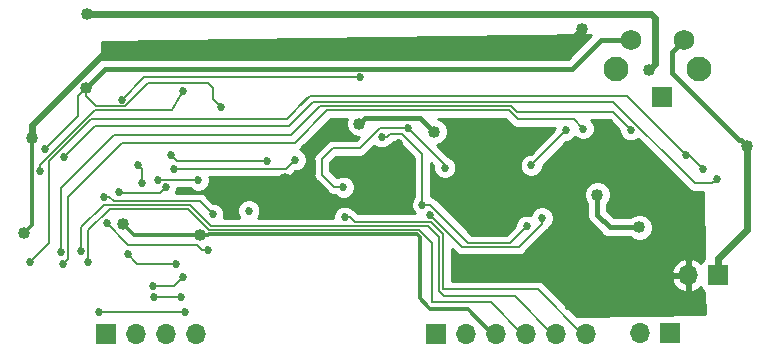
<source format=gbr>
G04 #@! TF.GenerationSoftware,KiCad,Pcbnew,(5.0.1)-4*
G04 #@! TF.CreationDate,2019-02-21T10:43:33+00:00*
G04 #@! TF.ProjectId,Bell-Boy,42656C6C2D426F792E6B696361645F70,rev?*
G04 #@! TF.SameCoordinates,Original*
G04 #@! TF.FileFunction,Copper,L1,Top,Signal*
G04 #@! TF.FilePolarity,Positive*
%FSLAX46Y46*%
G04 Gerber Fmt 4.6, Leading zero omitted, Abs format (unit mm)*
G04 Created by KiCad (PCBNEW (5.0.1)-4) date 21/02/2019 10:43:33*
%MOMM*%
%LPD*%
G01*
G04 APERTURE LIST*
G04 #@! TA.AperFunction,ComponentPad*
%ADD10R,1.700000X1.700000*%
G04 #@! TD*
G04 #@! TA.AperFunction,ComponentPad*
%ADD11O,1.700000X1.700000*%
G04 #@! TD*
G04 #@! TA.AperFunction,ComponentPad*
%ADD12C,2.100000*%
G04 #@! TD*
G04 #@! TA.AperFunction,ComponentPad*
%ADD13C,1.750000*%
G04 #@! TD*
G04 #@! TA.AperFunction,ViaPad*
%ADD14C,0.685800*%
G04 #@! TD*
G04 #@! TA.AperFunction,ViaPad*
%ADD15C,1.016000*%
G04 #@! TD*
G04 #@! TA.AperFunction,Conductor*
%ADD16C,0.152400*%
G04 #@! TD*
G04 #@! TA.AperFunction,Conductor*
%ADD17C,0.457200*%
G04 #@! TD*
G04 #@! TA.AperFunction,Conductor*
%ADD18C,0.304800*%
G04 #@! TD*
G04 #@! TA.AperFunction,Conductor*
%ADD19C,0.609600*%
G04 #@! TD*
G04 #@! TA.AperFunction,Conductor*
%ADD20C,0.254000*%
G04 #@! TD*
G04 APERTURE END LIST*
D10*
G04 #@! TO.P,LED1,1*
G04 #@! TO.N,Net-(LED1-Pad1)*
X105550000Y-78000000D03*
D11*
G04 #@! TO.P,LED1,2*
G04 #@! TO.N,Net-(LED1-Pad2)*
X103010000Y-78000000D03*
G04 #@! TD*
D10*
G04 #@! TO.P,BATT1,1*
G04 #@! TO.N,+BATT*
X109650000Y-73100000D03*
D11*
G04 #@! TO.P,BATT1,2*
G04 #@! TO.N,GND*
X107110000Y-73100000D03*
G04 #@! TD*
D12*
G04 #@! TO.P,SW1,*
G04 #@! TO.N,*
X107980000Y-55690000D03*
D13*
G04 #@! TO.P,SW1,2*
G04 #@! TO.N,+BATT*
X106720000Y-53200000D03*
G04 #@! TO.P,SW1,1*
G04 #@! TO.N,+VSW*
X102220000Y-53200000D03*
D12*
G04 #@! TO.P,SW1,*
G04 #@! TO.N,*
X100970000Y-55690000D03*
G04 #@! TD*
D10*
G04 #@! TO.P,J2,1*
G04 #@! TO.N,GND*
X85750000Y-78050000D03*
D11*
G04 #@! TO.P,J2,2*
X88290000Y-78050000D03*
G04 #@! TO.P,J2,3*
G04 #@! TO.N,VDDA*
X90830000Y-78050000D03*
G04 #@! TO.P,J2,4*
G04 #@! TO.N,Net-(J2-Pad4)*
X93370000Y-78050000D03*
G04 #@! TO.P,J2,5*
G04 #@! TO.N,Net-(J2-Pad5)*
X95910000Y-78050000D03*
G04 #@! TO.P,J2,6*
G04 #@! TO.N,Net-(C1-Pad2)*
X98450000Y-78050000D03*
G04 #@! TD*
D10*
G04 #@! TO.P,J3,1*
G04 #@! TO.N,Net-(C1-Pad1)*
X57800000Y-78050000D03*
D11*
G04 #@! TO.P,J3,2*
G04 #@! TO.N,Net-(J3-Pad2)*
X60340000Y-78050000D03*
G04 #@! TO.P,J3,3*
G04 #@! TO.N,Net-(J3-Pad3)*
X62880000Y-78050000D03*
G04 #@! TO.P,J3,4*
G04 #@! TO.N,Net-(J3-Pad4)*
X65420000Y-78050000D03*
G04 #@! TD*
D10*
G04 #@! TO.P,J1,1*
G04 #@! TO.N,Net-(J1-Pad1)*
X104900000Y-58050000D03*
G04 #@! TD*
D14*
G04 #@! TO.N,Net-(U1-Pad11)*
X54250000Y-63100000D03*
X109500000Y-65000000D03*
G04 #@! TO.N,+3V3*
X59150000Y-58250000D03*
X79300000Y-56350000D03*
D15*
X79250000Y-60287500D03*
X85600000Y-60950000D03*
D14*
X73812500Y-63350000D03*
X63550000Y-64100000D03*
D15*
G04 #@! TO.N,GND*
X50895200Y-69500000D03*
X97050000Y-75650000D03*
X51500000Y-61500000D03*
X96962500Y-67300000D03*
D14*
X77450000Y-63750000D03*
X91400000Y-64450000D03*
X87200000Y-65550000D03*
X82650000Y-61950000D03*
D15*
X87000000Y-53700000D03*
X98100000Y-52300000D03*
X68050000Y-53700000D03*
X72950000Y-64950000D03*
X105300000Y-70100000D03*
G04 #@! TO.N,+BATT*
X112050000Y-62200000D03*
D14*
G04 #@! TO.N,Net-(C1-Pad1)*
X69900000Y-67650000D03*
X64500000Y-76250000D03*
X57200000Y-76250000D03*
G04 #@! TO.N,Net-(C1-Pad2)*
X78000000Y-68200000D03*
D15*
G04 #@! TO.N,+5V*
X102950000Y-69050000D03*
X56200000Y-51000000D03*
X99400000Y-66300000D03*
X103750000Y-55700000D03*
G04 #@! TO.N,VDDA*
X65750000Y-69700000D03*
X59250000Y-68750000D03*
D14*
G04 #@! TO.N,Net-(R1-Pad2)*
X66850000Y-67950000D03*
G04 #@! TO.N,+VSW*
X52650000Y-62400000D03*
X67550000Y-58900000D03*
D15*
X56100000Y-57250000D03*
D14*
G04 #@! TO.N,Net-(R6-Pad1)*
X51400000Y-71950000D03*
X108350000Y-64100000D03*
X106950000Y-62900000D03*
G04 #@! TO.N,Net-(LED1-Pad2)*
X57850000Y-68700000D03*
X66429700Y-71000000D03*
G04 #@! TO.N,Net-(R1-Pad2)*
X57600000Y-66450000D03*
G04 #@! TO.N,Net-(C2-Pad1)*
X62243799Y-65006201D03*
X65600000Y-65050000D03*
G04 #@! TO.N,Net-(J3-Pad2)*
X58900000Y-66100000D03*
X62850000Y-65650000D03*
G04 #@! TO.N,Net-(J3-Pad4)*
X60850000Y-65300000D03*
X60477284Y-63771696D03*
G04 #@! TO.N,Net-(J1-Pad1)*
X54000000Y-71150000D03*
X102250000Y-60800000D03*
G04 #@! TO.N,Net-(J2-Pad4)*
X56300000Y-71950000D03*
G04 #@! TO.N,Net-(R2-Pad1)*
X54150000Y-72150000D03*
X98200000Y-60700000D03*
G04 #@! TO.N,Net-(J4-Pad7)*
X52200000Y-64300000D03*
X64300000Y-57550000D03*
G04 #@! TO.N,Net-(J4-Pad3)*
X61800000Y-74050000D03*
X64350000Y-73250000D03*
G04 #@! TO.N,Net-(J4-Pad5)*
X64150000Y-74950000D03*
X61900000Y-74950000D03*
G04 #@! TO.N,Net-(J4-Pad19)*
X84600000Y-67150000D03*
X93450000Y-68950000D03*
X81150000Y-61400000D03*
G04 #@! TO.N,Net-(J4-Pad21)*
X86500000Y-64000000D03*
X77900000Y-65647700D03*
X83350000Y-60650000D03*
G04 #@! TO.N,Net-(J4-Pad23)*
X85250000Y-68000000D03*
X94717399Y-68267399D03*
G04 #@! TO.N,Net-(J4-Pad26)*
X96750000Y-60850000D03*
X93800000Y-63800000D03*
G04 #@! TO.N,Net-(J2-Pad5)*
X55728500Y-71100000D03*
G04 #@! TO.N,Net-(R4-Pad1)*
X59650000Y-71350000D03*
X63756310Y-72150000D03*
X71400000Y-63400000D03*
X63350000Y-62950000D03*
G04 #@! TD*
D16*
G04 #@! TO.N,Net-(U1-Pad11)*
X109500000Y-65000000D02*
X109246001Y-65253999D01*
X87100000Y-58450000D02*
X86950000Y-58450000D01*
X90790790Y-58450000D02*
X90400000Y-58450000D01*
X90400000Y-58450000D02*
X86950000Y-58450000D01*
X56853999Y-60496001D02*
X58300000Y-60496001D01*
X54250000Y-63100000D02*
X56853999Y-60496001D01*
X57703999Y-60496001D02*
X58300000Y-60496001D01*
X95450000Y-58450000D02*
X95250000Y-58450000D01*
X95250000Y-58450000D02*
X90400000Y-58450000D01*
X58300000Y-60496001D02*
X73303999Y-60496001D01*
X75350000Y-58450000D02*
X76900000Y-58450000D01*
X73303999Y-60496001D02*
X75350000Y-58450000D01*
X76450000Y-58450000D02*
X76900000Y-58450000D01*
X76900000Y-58450000D02*
X86950000Y-58450000D01*
X97581066Y-58450000D02*
X96600000Y-58450000D01*
X96600000Y-58450000D02*
X95250000Y-58450000D01*
X100745822Y-58450000D02*
X98750000Y-58450000D01*
X107638721Y-65342899D02*
X100745822Y-58450000D01*
X109157101Y-65342899D02*
X107638721Y-65342899D01*
X109500000Y-65000000D02*
X109157101Y-65342899D01*
X99018934Y-58450000D02*
X98750000Y-58450000D01*
X98750000Y-58450000D02*
X96600000Y-58450000D01*
G04 #@! TO.N,+3V3*
X61050000Y-56350000D02*
X61350000Y-56350000D01*
X59150000Y-58250000D02*
X61050000Y-56350000D01*
X61130000Y-56350000D02*
X61350000Y-56350000D01*
X61350000Y-56350000D02*
X79300000Y-56350000D01*
D17*
X84429501Y-59779501D02*
X85600000Y-60950000D01*
X79250000Y-60287500D02*
X79757999Y-59779501D01*
X79757999Y-59779501D02*
X84429501Y-59779501D01*
D16*
X73062500Y-64100000D02*
X73812500Y-63350000D01*
X63550000Y-64100000D02*
X73062500Y-64100000D01*
D18*
G04 #@! TO.N,GND*
X51500000Y-61500000D02*
X51500000Y-68895200D01*
X51500000Y-68895200D02*
X50895200Y-69500000D01*
D19*
X87000000Y-53700000D02*
X96700000Y-53700000D01*
X96700000Y-53700000D02*
X98100000Y-52300000D01*
X51500000Y-60421502D02*
X51500000Y-61500000D01*
X58221502Y-53700000D02*
X51500000Y-60421502D01*
X87000000Y-53700000D02*
X58221502Y-53700000D01*
D17*
G04 #@! TO.N,+BATT*
X105700000Y-54220000D02*
X106720000Y-53200000D01*
X105700000Y-55950000D02*
X105700000Y-54220000D01*
D19*
X112050000Y-69240400D02*
X112050000Y-62200000D01*
X109650000Y-71640400D02*
X112050000Y-69240400D01*
X109650000Y-73100000D02*
X109650000Y-71640400D01*
D17*
X111442001Y-61692001D02*
X105700000Y-55950000D01*
X111542001Y-61692001D02*
X111442001Y-61692001D01*
X112050000Y-62200000D02*
X111542001Y-61692001D01*
D16*
G04 #@! TO.N,Net-(C1-Pad1)*
X57200000Y-76250000D02*
X64500000Y-76250000D01*
G04 #@! TO.N,Net-(C1-Pad2)*
X98150000Y-78050000D02*
X94400000Y-74300000D01*
X94400000Y-74300000D02*
X86350000Y-74300000D01*
X86350000Y-74300000D02*
X86350000Y-69629560D01*
X85291941Y-68571501D02*
X85520440Y-68800000D01*
X78856434Y-68571501D02*
X85291941Y-68571501D01*
X78484933Y-68200000D02*
X78856434Y-68571501D01*
X78000000Y-68200000D02*
X78484933Y-68200000D01*
X86350000Y-69629560D02*
X85520440Y-68800000D01*
X85520440Y-68800000D02*
X85350000Y-68629560D01*
D17*
G04 #@! TO.N,+5V*
X56200000Y-51000000D02*
X56228999Y-51028999D01*
X102950000Y-69050000D02*
X100450000Y-69050000D01*
X99400000Y-68000000D02*
X99400000Y-66300000D01*
X100450000Y-69050000D02*
X99400000Y-68000000D01*
D19*
X103950000Y-51000000D02*
X56200000Y-51000000D01*
X104257999Y-55192001D02*
X104257999Y-51307999D01*
X103750000Y-55700000D02*
X104257999Y-55192001D01*
X104257999Y-51307999D02*
X103950000Y-51000000D01*
D18*
G04 #@! TO.N,VDDA*
X90530000Y-78050000D02*
X88430000Y-75950000D01*
X88430000Y-75950000D02*
X85250000Y-75950000D01*
X85250000Y-75950000D02*
X85100000Y-75800000D01*
X85100000Y-75800000D02*
X84650000Y-75350000D01*
X84379810Y-69842678D02*
X84157322Y-69620190D01*
X84379810Y-75079810D02*
X84379810Y-69842678D01*
X85100000Y-75800000D02*
X84379810Y-75079810D01*
X60200000Y-69700000D02*
X65750000Y-69700000D01*
X59250000Y-68750000D02*
X60200000Y-69700000D01*
X66468420Y-69700000D02*
X65750000Y-69700000D01*
X66548230Y-69620190D02*
X66468420Y-69700000D01*
X84157322Y-69620190D02*
X66548230Y-69620190D01*
D16*
G04 #@! TO.N,Net-(R1-Pad2)*
X66850000Y-67950000D02*
X65757779Y-66857779D01*
G04 #@! TO.N,+VSW*
X59424321Y-58821501D02*
X61395822Y-56850000D01*
D17*
X99712564Y-53200000D02*
X97286465Y-55626099D01*
X57723901Y-55626099D02*
X97286465Y-55626099D01*
X56100000Y-57250000D02*
X57723901Y-55626099D01*
D16*
X56100000Y-57968420D02*
X56953081Y-58821501D01*
X56100000Y-57250000D02*
X56100000Y-57968420D01*
X58900000Y-58821501D02*
X58650883Y-58821501D01*
X56953081Y-58821501D02*
X58900000Y-58821501D01*
X59424321Y-58821501D02*
X58900000Y-58821501D01*
X52650000Y-62400000D02*
X55450000Y-59600000D01*
X55450000Y-57900000D02*
X56100000Y-57250000D01*
X55450000Y-59600000D02*
X55450000Y-57900000D01*
D17*
X99712564Y-53200000D02*
X102220000Y-53200000D01*
D16*
G04 #@! TO.N,Net-(R6-Pad1)*
X59000000Y-59900000D02*
X57585750Y-59900000D01*
X73100000Y-59900000D02*
X74854810Y-58145190D01*
X73100000Y-59900000D02*
X59000000Y-59900000D01*
X98896001Y-57896001D02*
X98900000Y-57900000D01*
X75100000Y-57900000D02*
X74300000Y-58700000D01*
X108350000Y-64100000D02*
X107200000Y-62950000D01*
X56535750Y-59900000D02*
X59000000Y-59900000D01*
X53000000Y-63435750D02*
X56535750Y-59900000D01*
X53000000Y-70350000D02*
X53000000Y-63435750D01*
X51400000Y-71950000D02*
X53000000Y-70350000D01*
X101950000Y-57900000D02*
X97550000Y-57900000D01*
X106950000Y-62900000D02*
X101950000Y-57900000D01*
X98900000Y-57900000D02*
X97550000Y-57900000D01*
X97550000Y-57900000D02*
X75100000Y-57900000D01*
G04 #@! TO.N,Net-(LED1-Pad2)*
X65944767Y-71000000D02*
X65494767Y-70550000D01*
X66429700Y-71000000D02*
X65944767Y-71000000D01*
X59700000Y-70550000D02*
X57850000Y-68700000D01*
X65494767Y-70550000D02*
X59700000Y-70550000D01*
G04 #@! TO.N,Net-(R1-Pad2)*
X58084933Y-66450000D02*
X58492712Y-66857779D01*
X57600000Y-66450000D02*
X58084933Y-66450000D01*
X58492712Y-66857779D02*
X65757779Y-66857779D01*
G04 #@! TO.N,Net-(C2-Pad1)*
X65193799Y-65006201D02*
X62243799Y-65006201D01*
X65600000Y-65050000D02*
X65193799Y-65006201D01*
G04 #@! TO.N,+VSW*
X67550000Y-58900000D02*
X66850000Y-58200000D01*
X66450000Y-56850000D02*
X64300000Y-56850000D01*
X66850000Y-57250000D02*
X66450000Y-56850000D01*
X66850000Y-58200000D02*
X66850000Y-57250000D01*
X61395822Y-56850000D02*
X64300000Y-56850000D01*
X64300000Y-56850000D02*
X64700000Y-56850000D01*
G04 #@! TO.N,Net-(J3-Pad2)*
X62350000Y-66150000D02*
X62850000Y-65650000D01*
X58950000Y-66150000D02*
X62350000Y-66150000D01*
G04 #@! TO.N,Net-(J3-Pad4)*
X60850000Y-65300000D02*
X60850000Y-64144412D01*
X60850000Y-64144412D02*
X60477284Y-63771696D01*
G04 #@! TO.N,Net-(J1-Pad1)*
X73450000Y-61250000D02*
X58453079Y-61250000D01*
X75900000Y-58800000D02*
X73450000Y-61250000D01*
X86350000Y-58800000D02*
X75900000Y-58800000D01*
X92100000Y-58800000D02*
X92590398Y-59290398D01*
X85550000Y-58800000D02*
X92100000Y-58800000D01*
X92590398Y-59290398D02*
X100740398Y-59290398D01*
X54000000Y-65703079D02*
X58453079Y-61250000D01*
X54000000Y-71150000D02*
X54000000Y-65703079D01*
X100740398Y-59290398D02*
X102250000Y-60800000D01*
G04 #@! TO.N,Net-(J2-Pad4)*
X90370000Y-75350000D02*
X93070000Y-78050000D01*
X85450000Y-75350000D02*
X90370000Y-75350000D01*
X85450000Y-70374039D02*
X85450000Y-75350000D01*
X56300000Y-71950000D02*
X56300000Y-69285750D01*
X56300000Y-69285750D02*
X58118351Y-67467399D01*
X58118351Y-67467399D02*
X64778219Y-67467399D01*
X64778219Y-67467399D02*
X66550000Y-69239180D01*
X66550000Y-69239180D02*
X84315141Y-69239180D01*
X84315141Y-69239180D02*
X85450000Y-70374039D01*
G04 #@! TO.N,Net-(R2-Pad1)*
X91900000Y-59150000D02*
X76550000Y-59150000D01*
X92650000Y-59900000D02*
X91900000Y-59150000D01*
X76550000Y-59150000D02*
X73800000Y-61900000D01*
X73800000Y-61900000D02*
X59135750Y-61900000D01*
X59135750Y-61900000D02*
X55235750Y-65800000D01*
X97400000Y-59900000D02*
X94850000Y-59900000D01*
X98200000Y-60700000D02*
X97400000Y-59900000D01*
X95050000Y-59900000D02*
X94850000Y-59900000D01*
X94850000Y-59900000D02*
X92650000Y-59900000D01*
X54571501Y-66464249D02*
X55235750Y-65800000D01*
X54571501Y-71728499D02*
X54571501Y-66464249D01*
X54150000Y-72150000D02*
X54571501Y-71728499D01*
X55235750Y-65800000D02*
X54985750Y-66050000D01*
G04 #@! TO.N,Net-(J4-Pad7)*
X52200000Y-63804684D02*
X52200000Y-64300000D01*
X56704684Y-59300000D02*
X56504684Y-59500000D01*
X56504684Y-59500000D02*
X52200000Y-63804684D01*
X56878374Y-59126310D02*
X56504684Y-59500000D01*
X64300000Y-57550000D02*
X63373690Y-59126310D01*
X63373690Y-59126310D02*
X56878374Y-59126310D01*
G04 #@! TO.N,Net-(J4-Pad3)*
X63550000Y-74050000D02*
X64350000Y-73250000D01*
X61800000Y-74050000D02*
X63550000Y-74050000D01*
G04 #@! TO.N,Net-(J4-Pad5)*
X61900000Y-74950000D02*
X64150000Y-74950000D01*
G04 #@! TO.N,Net-(J4-Pad19)*
X93450000Y-68950000D02*
X92000000Y-70400000D01*
X85245822Y-67150000D02*
X84600000Y-67150000D01*
X88495822Y-70400000D02*
X85245822Y-67150000D01*
X92000000Y-70400000D02*
X88495822Y-70400000D01*
X81634933Y-61400000D02*
X81884933Y-61150000D01*
X81150000Y-61400000D02*
X81634933Y-61400000D01*
X81884933Y-61150000D02*
X82900000Y-61150000D01*
X84600000Y-62850000D02*
X84600000Y-67150000D01*
X82900000Y-61150000D02*
X84600000Y-62850000D01*
G04 #@! TO.N,Net-(J4-Pad21)*
X77900000Y-65647700D02*
X77147701Y-65647700D01*
X77147701Y-65647700D02*
X76100000Y-64599999D01*
X76100000Y-64599999D02*
X76100000Y-63250000D01*
X76100000Y-63250000D02*
X77000000Y-62350000D01*
X80995822Y-60650000D02*
X83350000Y-60650000D01*
X79295822Y-62350000D02*
X80995822Y-60650000D01*
X77000000Y-62350000D02*
X79295822Y-62350000D01*
X86500000Y-63800000D02*
X86500000Y-64000000D01*
X83350000Y-60650000D02*
X86500000Y-63800000D01*
G04 #@! TO.N,Net-(J4-Pad23)*
X94717399Y-68752332D02*
X94717399Y-68267399D01*
X92764921Y-70704810D02*
X94717399Y-68752332D01*
X87923744Y-70704810D02*
X92764921Y-70704810D01*
X85592899Y-68373965D02*
X87923744Y-70704810D01*
X85592899Y-68342899D02*
X85592899Y-68373965D01*
X85250000Y-68000000D02*
X85592899Y-68342899D01*
G04 #@! TO.N,Net-(J4-Pad26)*
X93800000Y-63800000D02*
X96750000Y-60850000D01*
G04 #@! TO.N,Net-(J2-Pad5)*
X64928219Y-67162589D02*
X66700000Y-68934370D01*
X95610000Y-78050000D02*
X92410000Y-74850000D01*
X92410000Y-74850000D02*
X86400000Y-74850000D01*
X86400000Y-74850000D02*
X86000000Y-74450000D01*
X86000000Y-69884370D02*
X85050000Y-68934370D01*
X86000000Y-74450000D02*
X86000000Y-69884370D01*
X85050000Y-68934370D02*
X66700000Y-68934370D01*
X57633233Y-67162589D02*
X58650000Y-67162589D01*
X55728500Y-69067322D02*
X57633233Y-67162589D01*
X55728500Y-71100000D02*
X55728500Y-69067322D01*
X57992095Y-67162589D02*
X58650000Y-67162589D01*
X58650000Y-67162589D02*
X64928219Y-67162589D01*
G04 #@! TO.N,Net-(R4-Pad1)*
X59650000Y-71350000D02*
X60450000Y-72150000D01*
X60450000Y-72150000D02*
X63756310Y-72150000D01*
X63800000Y-63400000D02*
X71400000Y-63400000D01*
X63350000Y-62950000D02*
X63800000Y-63400000D01*
G04 #@! TD*
D20*
G04 #@! TO.N,GND*
G36*
X92097578Y-60353367D02*
X92137254Y-60412746D01*
X92196633Y-60452422D01*
X92196635Y-60452424D01*
X92372502Y-60569935D01*
X92372503Y-60569935D01*
X92372504Y-60569936D01*
X92579954Y-60611200D01*
X92579957Y-60611200D01*
X92649999Y-60625132D01*
X92720041Y-60611200D01*
X95790443Y-60611200D01*
X95772100Y-60655484D01*
X95772100Y-60822111D01*
X93772112Y-62822100D01*
X93605484Y-62822100D01*
X93246064Y-62970977D01*
X92970977Y-63246064D01*
X92822100Y-63605484D01*
X92822100Y-63994516D01*
X92970977Y-64353936D01*
X93246064Y-64629023D01*
X93605484Y-64777900D01*
X93994516Y-64777900D01*
X94353936Y-64629023D01*
X94629023Y-64353936D01*
X94777900Y-63994516D01*
X94777900Y-63827888D01*
X96777889Y-61827900D01*
X96944516Y-61827900D01*
X97303936Y-61679023D01*
X97550000Y-61432959D01*
X97646064Y-61529023D01*
X98005484Y-61677900D01*
X98394516Y-61677900D01*
X98753936Y-61529023D01*
X99029023Y-61253936D01*
X99177900Y-60894516D01*
X99177900Y-60505484D01*
X99029023Y-60146064D01*
X98884557Y-60001598D01*
X100445810Y-60001598D01*
X101272100Y-60827889D01*
X101272100Y-60994516D01*
X101420977Y-61353936D01*
X101696064Y-61629023D01*
X102055484Y-61777900D01*
X102444516Y-61777900D01*
X102803936Y-61629023D01*
X102861496Y-61571463D01*
X107086299Y-65796266D01*
X107125975Y-65855645D01*
X107185354Y-65895321D01*
X107185356Y-65895323D01*
X107361223Y-66012834D01*
X107361224Y-66012834D01*
X107361225Y-66012835D01*
X107568675Y-66054099D01*
X107568678Y-66054099D01*
X107638720Y-66068031D01*
X107708762Y-66054099D01*
X108388661Y-66054099D01*
X108447699Y-71721693D01*
X108342191Y-71792191D01*
X108201843Y-72002235D01*
X108181261Y-72105708D01*
X107876924Y-71828355D01*
X107466890Y-71658524D01*
X107237000Y-71779845D01*
X107237000Y-72973000D01*
X107257000Y-72973000D01*
X107257000Y-73227000D01*
X107237000Y-73227000D01*
X107237000Y-74420155D01*
X107466890Y-74541476D01*
X107876924Y-74371645D01*
X108181261Y-74094292D01*
X108201843Y-74197765D01*
X108342191Y-74407809D01*
X108476615Y-74497629D01*
X108496685Y-76424382D01*
X97647695Y-76541907D01*
X94952424Y-73846636D01*
X94912746Y-73787254D01*
X94677496Y-73630064D01*
X94470046Y-73588800D01*
X94470041Y-73588800D01*
X94400000Y-73574868D01*
X94329959Y-73588800D01*
X87061200Y-73588800D01*
X87061200Y-73456892D01*
X105668514Y-73456892D01*
X105914817Y-73981358D01*
X106343076Y-74371645D01*
X106753110Y-74541476D01*
X106983000Y-74420155D01*
X106983000Y-73227000D01*
X105789181Y-73227000D01*
X105668514Y-73456892D01*
X87061200Y-73456892D01*
X87061200Y-72743108D01*
X105668514Y-72743108D01*
X105789181Y-72973000D01*
X106983000Y-72973000D01*
X106983000Y-71779845D01*
X106753110Y-71658524D01*
X106343076Y-71828355D01*
X105914817Y-72218642D01*
X105668514Y-72743108D01*
X87061200Y-72743108D01*
X87061200Y-70848055D01*
X87371322Y-71158177D01*
X87410998Y-71217556D01*
X87470377Y-71257232D01*
X87470379Y-71257234D01*
X87586080Y-71334543D01*
X87646248Y-71374746D01*
X87853698Y-71416010D01*
X87853702Y-71416010D01*
X87923744Y-71429942D01*
X87993786Y-71416010D01*
X92694880Y-71416010D01*
X92764921Y-71429942D01*
X92834962Y-71416010D01*
X92834967Y-71416010D01*
X93042417Y-71374746D01*
X93277667Y-71217556D01*
X93317345Y-71158174D01*
X95170768Y-69304752D01*
X95230144Y-69265078D01*
X95269819Y-69205701D01*
X95269823Y-69205697D01*
X95373857Y-69049999D01*
X95387335Y-69029828D01*
X95399603Y-68968154D01*
X95546422Y-68821335D01*
X95695299Y-68461915D01*
X95695299Y-68072883D01*
X95546422Y-67713463D01*
X95271335Y-67438376D01*
X94911915Y-67289499D01*
X94522883Y-67289499D01*
X94163463Y-67438376D01*
X93888376Y-67713463D01*
X93761221Y-68020441D01*
X93644516Y-67972100D01*
X93255484Y-67972100D01*
X92896064Y-68120977D01*
X92620977Y-68396064D01*
X92472100Y-68755484D01*
X92472100Y-68922111D01*
X91705412Y-69688800D01*
X88790411Y-69688800D01*
X85798246Y-66696636D01*
X85758568Y-66637254D01*
X85523318Y-66480064D01*
X85315868Y-66438800D01*
X85315863Y-66438800D01*
X85311200Y-66437872D01*
X85311200Y-66072643D01*
X98257000Y-66072643D01*
X98257000Y-66527357D01*
X98431011Y-66947458D01*
X98536401Y-67052848D01*
X98536400Y-67914950D01*
X98519483Y-68000000D01*
X98536400Y-68085049D01*
X98536400Y-68085052D01*
X98586507Y-68336959D01*
X98777380Y-68622620D01*
X98849488Y-68670801D01*
X99779202Y-69600517D01*
X99827380Y-69672620D01*
X100113040Y-69863493D01*
X100364947Y-69913600D01*
X100364951Y-69913600D01*
X100449999Y-69930517D01*
X100535047Y-69913600D01*
X102197153Y-69913600D01*
X102302542Y-70018989D01*
X102722643Y-70193000D01*
X103177357Y-70193000D01*
X103597458Y-70018989D01*
X103918989Y-69697458D01*
X104093000Y-69277357D01*
X104093000Y-68822643D01*
X103918989Y-68402542D01*
X103597458Y-68081011D01*
X103177357Y-67907000D01*
X102722643Y-67907000D01*
X102302542Y-68081011D01*
X102197153Y-68186400D01*
X100807714Y-68186400D01*
X100263600Y-67642286D01*
X100263600Y-67052847D01*
X100368989Y-66947458D01*
X100543000Y-66527357D01*
X100543000Y-66072643D01*
X100368989Y-65652542D01*
X100047458Y-65331011D01*
X99627357Y-65157000D01*
X99172643Y-65157000D01*
X98752542Y-65331011D01*
X98431011Y-65652542D01*
X98257000Y-66072643D01*
X85311200Y-66072643D01*
X85311200Y-63616989D01*
X85522100Y-63827889D01*
X85522100Y-64194516D01*
X85670977Y-64553936D01*
X85946064Y-64829023D01*
X86305484Y-64977900D01*
X86694516Y-64977900D01*
X87053936Y-64829023D01*
X87329023Y-64553936D01*
X87477900Y-64194516D01*
X87477900Y-63805484D01*
X87329023Y-63446064D01*
X87053936Y-63170977D01*
X86751487Y-63045698D01*
X85798789Y-62093000D01*
X85827357Y-62093000D01*
X86247458Y-61918989D01*
X86568989Y-61597458D01*
X86743000Y-61177357D01*
X86743000Y-60722643D01*
X86568989Y-60302542D01*
X86247458Y-59981011D01*
X85958208Y-59861200D01*
X91605412Y-59861200D01*
X92097578Y-60353367D01*
X92097578Y-60353367D01*
G37*
X92097578Y-60353367D02*
X92137254Y-60412746D01*
X92196633Y-60452422D01*
X92196635Y-60452424D01*
X92372502Y-60569935D01*
X92372503Y-60569935D01*
X92372504Y-60569936D01*
X92579954Y-60611200D01*
X92579957Y-60611200D01*
X92649999Y-60625132D01*
X92720041Y-60611200D01*
X95790443Y-60611200D01*
X95772100Y-60655484D01*
X95772100Y-60822111D01*
X93772112Y-62822100D01*
X93605484Y-62822100D01*
X93246064Y-62970977D01*
X92970977Y-63246064D01*
X92822100Y-63605484D01*
X92822100Y-63994516D01*
X92970977Y-64353936D01*
X93246064Y-64629023D01*
X93605484Y-64777900D01*
X93994516Y-64777900D01*
X94353936Y-64629023D01*
X94629023Y-64353936D01*
X94777900Y-63994516D01*
X94777900Y-63827888D01*
X96777889Y-61827900D01*
X96944516Y-61827900D01*
X97303936Y-61679023D01*
X97550000Y-61432959D01*
X97646064Y-61529023D01*
X98005484Y-61677900D01*
X98394516Y-61677900D01*
X98753936Y-61529023D01*
X99029023Y-61253936D01*
X99177900Y-60894516D01*
X99177900Y-60505484D01*
X99029023Y-60146064D01*
X98884557Y-60001598D01*
X100445810Y-60001598D01*
X101272100Y-60827889D01*
X101272100Y-60994516D01*
X101420977Y-61353936D01*
X101696064Y-61629023D01*
X102055484Y-61777900D01*
X102444516Y-61777900D01*
X102803936Y-61629023D01*
X102861496Y-61571463D01*
X107086299Y-65796266D01*
X107125975Y-65855645D01*
X107185354Y-65895321D01*
X107185356Y-65895323D01*
X107361223Y-66012834D01*
X107361224Y-66012834D01*
X107361225Y-66012835D01*
X107568675Y-66054099D01*
X107568678Y-66054099D01*
X107638720Y-66068031D01*
X107708762Y-66054099D01*
X108388661Y-66054099D01*
X108447699Y-71721693D01*
X108342191Y-71792191D01*
X108201843Y-72002235D01*
X108181261Y-72105708D01*
X107876924Y-71828355D01*
X107466890Y-71658524D01*
X107237000Y-71779845D01*
X107237000Y-72973000D01*
X107257000Y-72973000D01*
X107257000Y-73227000D01*
X107237000Y-73227000D01*
X107237000Y-74420155D01*
X107466890Y-74541476D01*
X107876924Y-74371645D01*
X108181261Y-74094292D01*
X108201843Y-74197765D01*
X108342191Y-74407809D01*
X108476615Y-74497629D01*
X108496685Y-76424382D01*
X97647695Y-76541907D01*
X94952424Y-73846636D01*
X94912746Y-73787254D01*
X94677496Y-73630064D01*
X94470046Y-73588800D01*
X94470041Y-73588800D01*
X94400000Y-73574868D01*
X94329959Y-73588800D01*
X87061200Y-73588800D01*
X87061200Y-73456892D01*
X105668514Y-73456892D01*
X105914817Y-73981358D01*
X106343076Y-74371645D01*
X106753110Y-74541476D01*
X106983000Y-74420155D01*
X106983000Y-73227000D01*
X105789181Y-73227000D01*
X105668514Y-73456892D01*
X87061200Y-73456892D01*
X87061200Y-72743108D01*
X105668514Y-72743108D01*
X105789181Y-72973000D01*
X106983000Y-72973000D01*
X106983000Y-71779845D01*
X106753110Y-71658524D01*
X106343076Y-71828355D01*
X105914817Y-72218642D01*
X105668514Y-72743108D01*
X87061200Y-72743108D01*
X87061200Y-70848055D01*
X87371322Y-71158177D01*
X87410998Y-71217556D01*
X87470377Y-71257232D01*
X87470379Y-71257234D01*
X87586080Y-71334543D01*
X87646248Y-71374746D01*
X87853698Y-71416010D01*
X87853702Y-71416010D01*
X87923744Y-71429942D01*
X87993786Y-71416010D01*
X92694880Y-71416010D01*
X92764921Y-71429942D01*
X92834962Y-71416010D01*
X92834967Y-71416010D01*
X93042417Y-71374746D01*
X93277667Y-71217556D01*
X93317345Y-71158174D01*
X95170768Y-69304752D01*
X95230144Y-69265078D01*
X95269819Y-69205701D01*
X95269823Y-69205697D01*
X95373857Y-69049999D01*
X95387335Y-69029828D01*
X95399603Y-68968154D01*
X95546422Y-68821335D01*
X95695299Y-68461915D01*
X95695299Y-68072883D01*
X95546422Y-67713463D01*
X95271335Y-67438376D01*
X94911915Y-67289499D01*
X94522883Y-67289499D01*
X94163463Y-67438376D01*
X93888376Y-67713463D01*
X93761221Y-68020441D01*
X93644516Y-67972100D01*
X93255484Y-67972100D01*
X92896064Y-68120977D01*
X92620977Y-68396064D01*
X92472100Y-68755484D01*
X92472100Y-68922111D01*
X91705412Y-69688800D01*
X88790411Y-69688800D01*
X85798246Y-66696636D01*
X85758568Y-66637254D01*
X85523318Y-66480064D01*
X85315868Y-66438800D01*
X85315863Y-66438800D01*
X85311200Y-66437872D01*
X85311200Y-66072643D01*
X98257000Y-66072643D01*
X98257000Y-66527357D01*
X98431011Y-66947458D01*
X98536401Y-67052848D01*
X98536400Y-67914950D01*
X98519483Y-68000000D01*
X98536400Y-68085049D01*
X98536400Y-68085052D01*
X98586507Y-68336959D01*
X98777380Y-68622620D01*
X98849488Y-68670801D01*
X99779202Y-69600517D01*
X99827380Y-69672620D01*
X100113040Y-69863493D01*
X100364947Y-69913600D01*
X100364951Y-69913600D01*
X100449999Y-69930517D01*
X100535047Y-69913600D01*
X102197153Y-69913600D01*
X102302542Y-70018989D01*
X102722643Y-70193000D01*
X103177357Y-70193000D01*
X103597458Y-70018989D01*
X103918989Y-69697458D01*
X104093000Y-69277357D01*
X104093000Y-68822643D01*
X103918989Y-68402542D01*
X103597458Y-68081011D01*
X103177357Y-67907000D01*
X102722643Y-67907000D01*
X102302542Y-68081011D01*
X102197153Y-68186400D01*
X100807714Y-68186400D01*
X100263600Y-67642286D01*
X100263600Y-67052847D01*
X100368989Y-66947458D01*
X100543000Y-66527357D01*
X100543000Y-66072643D01*
X100368989Y-65652542D01*
X100047458Y-65331011D01*
X99627357Y-65157000D01*
X99172643Y-65157000D01*
X98752542Y-65331011D01*
X98431011Y-65652542D01*
X98257000Y-66072643D01*
X85311200Y-66072643D01*
X85311200Y-63616989D01*
X85522100Y-63827889D01*
X85522100Y-64194516D01*
X85670977Y-64553936D01*
X85946064Y-64829023D01*
X86305484Y-64977900D01*
X86694516Y-64977900D01*
X87053936Y-64829023D01*
X87329023Y-64553936D01*
X87477900Y-64194516D01*
X87477900Y-63805484D01*
X87329023Y-63446064D01*
X87053936Y-63170977D01*
X86751487Y-63045698D01*
X85798789Y-62093000D01*
X85827357Y-62093000D01*
X86247458Y-61918989D01*
X86568989Y-61597458D01*
X86743000Y-61177357D01*
X86743000Y-60722643D01*
X86568989Y-60302542D01*
X86247458Y-59981011D01*
X85958208Y-59861200D01*
X91605412Y-59861200D01*
X92097578Y-60353367D01*
G36*
X78107000Y-60060143D02*
X78107000Y-60514857D01*
X78281011Y-60934958D01*
X78602542Y-61256489D01*
X79022643Y-61430500D01*
X79209534Y-61430500D01*
X79001234Y-61638800D01*
X77070041Y-61638800D01*
X76999999Y-61624868D01*
X76929957Y-61638800D01*
X76929954Y-61638800D01*
X76722504Y-61680064D01*
X76722503Y-61680065D01*
X76722502Y-61680065D01*
X76546635Y-61797576D01*
X76546633Y-61797578D01*
X76487254Y-61837254D01*
X76447578Y-61896633D01*
X75646634Y-62697578D01*
X75587255Y-62737254D01*
X75547579Y-62796633D01*
X75547576Y-62796636D01*
X75430065Y-62972504D01*
X75374868Y-63250000D01*
X75388801Y-63320046D01*
X75388800Y-64529957D01*
X75374868Y-64599999D01*
X75388800Y-64670040D01*
X75388800Y-64670044D01*
X75430064Y-64877494D01*
X75464121Y-64928464D01*
X75547576Y-65053363D01*
X75547578Y-65053365D01*
X75587254Y-65112744D01*
X75646634Y-65152421D01*
X76595279Y-66101067D01*
X76634955Y-66160446D01*
X76694334Y-66200122D01*
X76694336Y-66200124D01*
X76777217Y-66255503D01*
X76870205Y-66317636D01*
X77077655Y-66358900D01*
X77077659Y-66358900D01*
X77147701Y-66372832D01*
X77217743Y-66358900D01*
X77228241Y-66358900D01*
X77346064Y-66476723D01*
X77705484Y-66625600D01*
X78094516Y-66625600D01*
X78453936Y-66476723D01*
X78729023Y-66201636D01*
X78877900Y-65842216D01*
X78877900Y-65453184D01*
X78729023Y-65093764D01*
X78453936Y-64818677D01*
X78094516Y-64669800D01*
X77705484Y-64669800D01*
X77346064Y-64818677D01*
X77335265Y-64829476D01*
X76811200Y-64305411D01*
X76811200Y-63544588D01*
X77294589Y-63061200D01*
X79225781Y-63061200D01*
X79295822Y-63075132D01*
X79365863Y-63061200D01*
X79365868Y-63061200D01*
X79573318Y-63019936D01*
X79808568Y-62862746D01*
X79848246Y-62803364D01*
X80509326Y-62142285D01*
X80596064Y-62229023D01*
X80955484Y-62377900D01*
X81344516Y-62377900D01*
X81703936Y-62229023D01*
X81850755Y-62082204D01*
X81912429Y-62069936D01*
X82147679Y-61912746D01*
X82182121Y-61861200D01*
X82605412Y-61861200D01*
X83888800Y-63144589D01*
X83888801Y-66478240D01*
X83770977Y-66596064D01*
X83622100Y-66955484D01*
X83622100Y-67344516D01*
X83770977Y-67703936D01*
X83927342Y-67860301D01*
X79151022Y-67860301D01*
X79037357Y-67746636D01*
X78997679Y-67687254D01*
X78762429Y-67530064D01*
X78700755Y-67517796D01*
X78553936Y-67370977D01*
X78194516Y-67222100D01*
X77805484Y-67222100D01*
X77446064Y-67370977D01*
X77170977Y-67646064D01*
X77022100Y-68005484D01*
X77022100Y-68223170D01*
X70709789Y-68223170D01*
X70729023Y-68203936D01*
X70877900Y-67844516D01*
X70877900Y-67455484D01*
X70729023Y-67096064D01*
X70453936Y-66820977D01*
X70094516Y-66672100D01*
X69705484Y-66672100D01*
X69346064Y-66820977D01*
X69070977Y-67096064D01*
X68922100Y-67455484D01*
X68922100Y-67844516D01*
X69070977Y-68203936D01*
X69090211Y-68223170D01*
X67795320Y-68223170D01*
X67827900Y-68144516D01*
X67827900Y-67755484D01*
X67679023Y-67396064D01*
X67403936Y-67120977D01*
X67044516Y-66972100D01*
X66877889Y-66972100D01*
X66310203Y-66404415D01*
X66270525Y-66345033D01*
X66035275Y-66187843D01*
X65827825Y-66146579D01*
X65827820Y-66146579D01*
X65757779Y-66132647D01*
X65687738Y-66146579D01*
X63702781Y-66146579D01*
X63827900Y-65844516D01*
X63827900Y-65717401D01*
X64884442Y-65717401D01*
X65046064Y-65879023D01*
X65405484Y-66027900D01*
X65794516Y-66027900D01*
X66153936Y-65879023D01*
X66429023Y-65603936D01*
X66577900Y-65244516D01*
X66577900Y-64855484D01*
X66559557Y-64811200D01*
X72992459Y-64811200D01*
X73062500Y-64825132D01*
X73132541Y-64811200D01*
X73132546Y-64811200D01*
X73339996Y-64769936D01*
X73575246Y-64612746D01*
X73614924Y-64553364D01*
X73840388Y-64327900D01*
X74007016Y-64327900D01*
X74366436Y-64179023D01*
X74641523Y-63903936D01*
X74790400Y-63544516D01*
X74790400Y-63155484D01*
X74641523Y-62796064D01*
X74366436Y-62520977D01*
X74233300Y-62465830D01*
X74312746Y-62412746D01*
X74352424Y-62353364D01*
X76844589Y-59861200D01*
X78189405Y-59861200D01*
X78107000Y-60060143D01*
X78107000Y-60060143D01*
G37*
X78107000Y-60060143D02*
X78107000Y-60514857D01*
X78281011Y-60934958D01*
X78602542Y-61256489D01*
X79022643Y-61430500D01*
X79209534Y-61430500D01*
X79001234Y-61638800D01*
X77070041Y-61638800D01*
X76999999Y-61624868D01*
X76929957Y-61638800D01*
X76929954Y-61638800D01*
X76722504Y-61680064D01*
X76722503Y-61680065D01*
X76722502Y-61680065D01*
X76546635Y-61797576D01*
X76546633Y-61797578D01*
X76487254Y-61837254D01*
X76447578Y-61896633D01*
X75646634Y-62697578D01*
X75587255Y-62737254D01*
X75547579Y-62796633D01*
X75547576Y-62796636D01*
X75430065Y-62972504D01*
X75374868Y-63250000D01*
X75388801Y-63320046D01*
X75388800Y-64529957D01*
X75374868Y-64599999D01*
X75388800Y-64670040D01*
X75388800Y-64670044D01*
X75430064Y-64877494D01*
X75464121Y-64928464D01*
X75547576Y-65053363D01*
X75547578Y-65053365D01*
X75587254Y-65112744D01*
X75646634Y-65152421D01*
X76595279Y-66101067D01*
X76634955Y-66160446D01*
X76694334Y-66200122D01*
X76694336Y-66200124D01*
X76777217Y-66255503D01*
X76870205Y-66317636D01*
X77077655Y-66358900D01*
X77077659Y-66358900D01*
X77147701Y-66372832D01*
X77217743Y-66358900D01*
X77228241Y-66358900D01*
X77346064Y-66476723D01*
X77705484Y-66625600D01*
X78094516Y-66625600D01*
X78453936Y-66476723D01*
X78729023Y-66201636D01*
X78877900Y-65842216D01*
X78877900Y-65453184D01*
X78729023Y-65093764D01*
X78453936Y-64818677D01*
X78094516Y-64669800D01*
X77705484Y-64669800D01*
X77346064Y-64818677D01*
X77335265Y-64829476D01*
X76811200Y-64305411D01*
X76811200Y-63544588D01*
X77294589Y-63061200D01*
X79225781Y-63061200D01*
X79295822Y-63075132D01*
X79365863Y-63061200D01*
X79365868Y-63061200D01*
X79573318Y-63019936D01*
X79808568Y-62862746D01*
X79848246Y-62803364D01*
X80509326Y-62142285D01*
X80596064Y-62229023D01*
X80955484Y-62377900D01*
X81344516Y-62377900D01*
X81703936Y-62229023D01*
X81850755Y-62082204D01*
X81912429Y-62069936D01*
X82147679Y-61912746D01*
X82182121Y-61861200D01*
X82605412Y-61861200D01*
X83888800Y-63144589D01*
X83888801Y-66478240D01*
X83770977Y-66596064D01*
X83622100Y-66955484D01*
X83622100Y-67344516D01*
X83770977Y-67703936D01*
X83927342Y-67860301D01*
X79151022Y-67860301D01*
X79037357Y-67746636D01*
X78997679Y-67687254D01*
X78762429Y-67530064D01*
X78700755Y-67517796D01*
X78553936Y-67370977D01*
X78194516Y-67222100D01*
X77805484Y-67222100D01*
X77446064Y-67370977D01*
X77170977Y-67646064D01*
X77022100Y-68005484D01*
X77022100Y-68223170D01*
X70709789Y-68223170D01*
X70729023Y-68203936D01*
X70877900Y-67844516D01*
X70877900Y-67455484D01*
X70729023Y-67096064D01*
X70453936Y-66820977D01*
X70094516Y-66672100D01*
X69705484Y-66672100D01*
X69346064Y-66820977D01*
X69070977Y-67096064D01*
X68922100Y-67455484D01*
X68922100Y-67844516D01*
X69070977Y-68203936D01*
X69090211Y-68223170D01*
X67795320Y-68223170D01*
X67827900Y-68144516D01*
X67827900Y-67755484D01*
X67679023Y-67396064D01*
X67403936Y-67120977D01*
X67044516Y-66972100D01*
X66877889Y-66972100D01*
X66310203Y-66404415D01*
X66270525Y-66345033D01*
X66035275Y-66187843D01*
X65827825Y-66146579D01*
X65827820Y-66146579D01*
X65757779Y-66132647D01*
X65687738Y-66146579D01*
X63702781Y-66146579D01*
X63827900Y-65844516D01*
X63827900Y-65717401D01*
X64884442Y-65717401D01*
X65046064Y-65879023D01*
X65405484Y-66027900D01*
X65794516Y-66027900D01*
X66153936Y-65879023D01*
X66429023Y-65603936D01*
X66577900Y-65244516D01*
X66577900Y-64855484D01*
X66559557Y-64811200D01*
X72992459Y-64811200D01*
X73062500Y-64825132D01*
X73132541Y-64811200D01*
X73132546Y-64811200D01*
X73339996Y-64769936D01*
X73575246Y-64612746D01*
X73614924Y-64553364D01*
X73840388Y-64327900D01*
X74007016Y-64327900D01*
X74366436Y-64179023D01*
X74641523Y-63903936D01*
X74790400Y-63544516D01*
X74790400Y-63155484D01*
X74641523Y-62796064D01*
X74366436Y-62520977D01*
X74233300Y-62465830D01*
X74312746Y-62412746D01*
X74352424Y-62353364D01*
X76844589Y-59861200D01*
X78189405Y-59861200D01*
X78107000Y-60060143D01*
G36*
X96928752Y-54762499D02*
X57808950Y-54762499D01*
X57723901Y-54745582D01*
X57638852Y-54762499D01*
X57638848Y-54762499D01*
X57483668Y-54793366D01*
X57477526Y-53325386D01*
X98893456Y-52797794D01*
X96928752Y-54762499D01*
X96928752Y-54762499D01*
G37*
X96928752Y-54762499D02*
X57808950Y-54762499D01*
X57723901Y-54745582D01*
X57638852Y-54762499D01*
X57638848Y-54762499D01*
X57483668Y-54793366D01*
X57477526Y-53325386D01*
X98893456Y-52797794D01*
X96928752Y-54762499D01*
G04 #@! TD*
M02*

</source>
